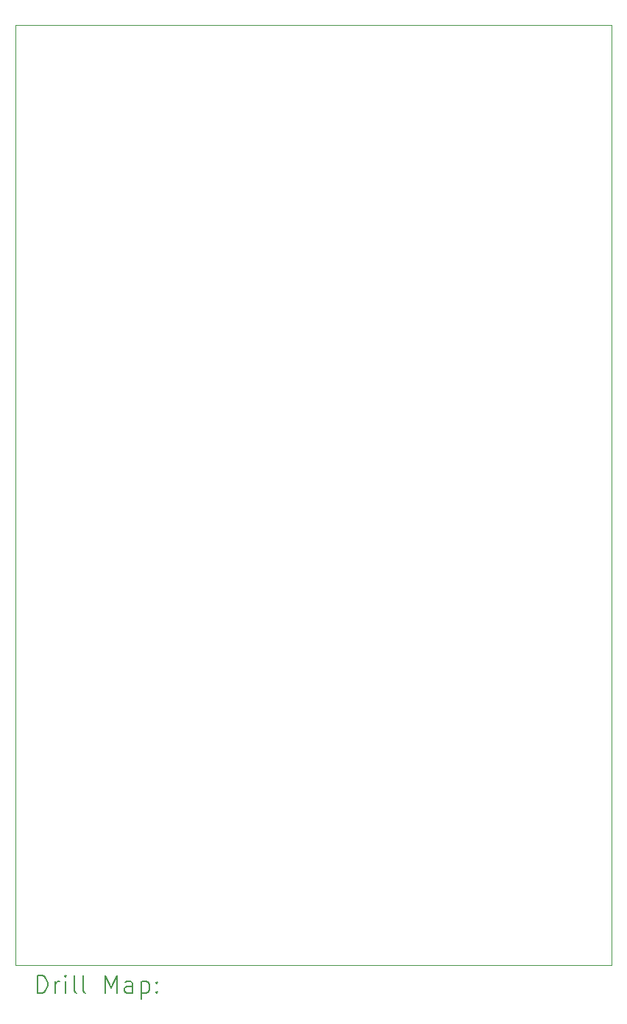
<source format=gbr>
%TF.GenerationSoftware,KiCad,Pcbnew,7.0.8*%
%TF.CreationDate,2024-09-22T22:14:21-04:00*%
%TF.ProjectId,lichen-dev-module,6c696368-656e-42d6-9465-762d6d6f6475,1.0*%
%TF.SameCoordinates,Original*%
%TF.FileFunction,Drillmap*%
%TF.FilePolarity,Positive*%
%FSLAX45Y45*%
G04 Gerber Fmt 4.5, Leading zero omitted, Abs format (unit mm)*
G04 Created by KiCad (PCBNEW 7.0.8) date 2024-09-22 22:14:21*
%MOMM*%
%LPD*%
G01*
G04 APERTURE LIST*
%ADD10C,0.100000*%
%ADD11C,0.200000*%
G04 APERTURE END LIST*
D10*
X10111000Y-11017000D02*
X16969000Y-11017000D01*
X16969000Y-21833000D01*
X10111000Y-21833000D01*
X10111000Y-11017000D01*
D11*
X10366777Y-22149484D02*
X10366777Y-21949484D01*
X10366777Y-21949484D02*
X10414396Y-21949484D01*
X10414396Y-21949484D02*
X10442967Y-21959008D01*
X10442967Y-21959008D02*
X10462015Y-21978055D01*
X10462015Y-21978055D02*
X10471539Y-21997103D01*
X10471539Y-21997103D02*
X10481063Y-22035198D01*
X10481063Y-22035198D02*
X10481063Y-22063770D01*
X10481063Y-22063770D02*
X10471539Y-22101865D01*
X10471539Y-22101865D02*
X10462015Y-22120912D01*
X10462015Y-22120912D02*
X10442967Y-22139960D01*
X10442967Y-22139960D02*
X10414396Y-22149484D01*
X10414396Y-22149484D02*
X10366777Y-22149484D01*
X10566777Y-22149484D02*
X10566777Y-22016150D01*
X10566777Y-22054246D02*
X10576301Y-22035198D01*
X10576301Y-22035198D02*
X10585824Y-22025674D01*
X10585824Y-22025674D02*
X10604872Y-22016150D01*
X10604872Y-22016150D02*
X10623920Y-22016150D01*
X10690586Y-22149484D02*
X10690586Y-22016150D01*
X10690586Y-21949484D02*
X10681063Y-21959008D01*
X10681063Y-21959008D02*
X10690586Y-21968531D01*
X10690586Y-21968531D02*
X10700110Y-21959008D01*
X10700110Y-21959008D02*
X10690586Y-21949484D01*
X10690586Y-21949484D02*
X10690586Y-21968531D01*
X10814396Y-22149484D02*
X10795348Y-22139960D01*
X10795348Y-22139960D02*
X10785824Y-22120912D01*
X10785824Y-22120912D02*
X10785824Y-21949484D01*
X10919158Y-22149484D02*
X10900110Y-22139960D01*
X10900110Y-22139960D02*
X10890586Y-22120912D01*
X10890586Y-22120912D02*
X10890586Y-21949484D01*
X11147729Y-22149484D02*
X11147729Y-21949484D01*
X11147729Y-21949484D02*
X11214396Y-22092341D01*
X11214396Y-22092341D02*
X11281062Y-21949484D01*
X11281062Y-21949484D02*
X11281062Y-22149484D01*
X11462015Y-22149484D02*
X11462015Y-22044722D01*
X11462015Y-22044722D02*
X11452491Y-22025674D01*
X11452491Y-22025674D02*
X11433443Y-22016150D01*
X11433443Y-22016150D02*
X11395348Y-22016150D01*
X11395348Y-22016150D02*
X11376301Y-22025674D01*
X11462015Y-22139960D02*
X11442967Y-22149484D01*
X11442967Y-22149484D02*
X11395348Y-22149484D01*
X11395348Y-22149484D02*
X11376301Y-22139960D01*
X11376301Y-22139960D02*
X11366777Y-22120912D01*
X11366777Y-22120912D02*
X11366777Y-22101865D01*
X11366777Y-22101865D02*
X11376301Y-22082817D01*
X11376301Y-22082817D02*
X11395348Y-22073293D01*
X11395348Y-22073293D02*
X11442967Y-22073293D01*
X11442967Y-22073293D02*
X11462015Y-22063770D01*
X11557253Y-22016150D02*
X11557253Y-22216150D01*
X11557253Y-22025674D02*
X11576301Y-22016150D01*
X11576301Y-22016150D02*
X11614396Y-22016150D01*
X11614396Y-22016150D02*
X11633443Y-22025674D01*
X11633443Y-22025674D02*
X11642967Y-22035198D01*
X11642967Y-22035198D02*
X11652491Y-22054246D01*
X11652491Y-22054246D02*
X11652491Y-22111389D01*
X11652491Y-22111389D02*
X11642967Y-22130436D01*
X11642967Y-22130436D02*
X11633443Y-22139960D01*
X11633443Y-22139960D02*
X11614396Y-22149484D01*
X11614396Y-22149484D02*
X11576301Y-22149484D01*
X11576301Y-22149484D02*
X11557253Y-22139960D01*
X11738205Y-22130436D02*
X11747729Y-22139960D01*
X11747729Y-22139960D02*
X11738205Y-22149484D01*
X11738205Y-22149484D02*
X11728682Y-22139960D01*
X11728682Y-22139960D02*
X11738205Y-22130436D01*
X11738205Y-22130436D02*
X11738205Y-22149484D01*
X11738205Y-22025674D02*
X11747729Y-22035198D01*
X11747729Y-22035198D02*
X11738205Y-22044722D01*
X11738205Y-22044722D02*
X11728682Y-22035198D01*
X11728682Y-22035198D02*
X11738205Y-22025674D01*
X11738205Y-22025674D02*
X11738205Y-22044722D01*
M02*

</source>
